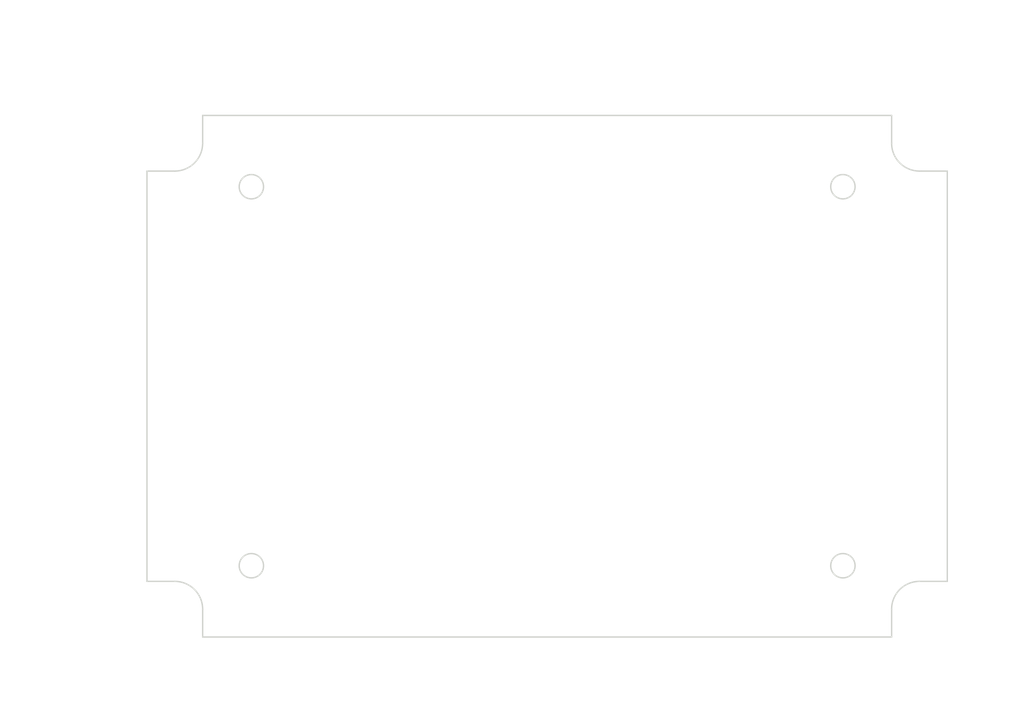
<source format=kicad_pcb>
(kicad_pcb (version 20171130) (host pcbnew "(5.1.0)-1")

  (general
    (thickness 1.6)
    (drawings 65)
    (tracks 0)
    (zones 0)
    (modules 0)
    (nets 1)
  )

  (page A4)
  (layers
    (0 F.Cu signal)
    (31 B.Cu signal)
    (32 B.Adhes user)
    (33 F.Adhes user)
    (34 B.Paste user)
    (35 F.Paste user)
    (36 B.SilkS user)
    (37 F.SilkS user)
    (38 B.Mask user)
    (39 F.Mask user)
    (40 Dwgs.User user)
    (41 Cmts.User user)
    (42 Eco1.User user)
    (43 Eco2.User user)
    (44 Edge.Cuts user)
    (45 Margin user)
    (46 B.CrtYd user)
    (47 F.CrtYd user)
    (48 B.Fab user)
    (49 F.Fab user)
  )

  (setup
    (last_trace_width 0.25)
    (trace_clearance 0.2)
    (zone_clearance 0.508)
    (zone_45_only no)
    (trace_min 0.2)
    (via_size 0.8)
    (via_drill 0.4)
    (via_min_size 0.4)
    (via_min_drill 0.3)
    (uvia_size 0.3)
    (uvia_drill 0.1)
    (uvias_allowed no)
    (uvia_min_size 0.2)
    (uvia_min_drill 0.1)
    (edge_width 0.05)
    (segment_width 0.2)
    (pcb_text_width 0.3)
    (pcb_text_size 1.5 1.5)
    (mod_edge_width 0.12)
    (mod_text_size 1 1)
    (mod_text_width 0.15)
    (pad_size 1.524 1.524)
    (pad_drill 0.762)
    (pad_to_mask_clearance 0.051)
    (solder_mask_min_width 0.25)
    (aux_axis_origin 0 0)
    (visible_elements FFFFFF7F)
    (pcbplotparams
      (layerselection 0x010fc_ffffffff)
      (usegerberextensions false)
      (usegerberattributes false)
      (usegerberadvancedattributes false)
      (creategerberjobfile false)
      (excludeedgelayer true)
      (linewidth 0.152400)
      (plotframeref false)
      (viasonmask false)
      (mode 1)
      (useauxorigin false)
      (hpglpennumber 1)
      (hpglpenspeed 20)
      (hpglpendiameter 15.000000)
      (psnegative false)
      (psa4output false)
      (plotreference true)
      (plotvalue true)
      (plotinvisibletext false)
      (padsonsilk false)
      (subtractmaskfromsilk false)
      (outputformat 1)
      (mirror false)
      (drillshape 1)
      (scaleselection 1)
      (outputdirectory ""))
  )

  (net 0 "")

  (net_class Default "This is the default net class."
    (clearance 0.2)
    (trace_width 0.25)
    (via_dia 0.8)
    (via_drill 0.4)
    (uvia_dia 0.3)
    (uvia_drill 0.1)
  )

  (gr_line (start 93.857142 133.320261) (end 93.857142 74.320261) (layer Edge.Cuts) (width 0.2))
  (gr_line (start 97.857142 133.320261) (end 93.857142 133.320261) (layer Edge.Cuts) (width 0.2))
  (gr_arc (start 97.857142 137.320261) (end 101.857142 137.320261) (angle -90) (layer Edge.Cuts) (width 0.2))
  (gr_line (start 101.857142 141.320261) (end 101.857142 137.320261) (layer Edge.Cuts) (width 0.2))
  (gr_line (start 200.857142 141.320261) (end 101.857142 141.320261) (layer Edge.Cuts) (width 0.2))
  (gr_line (start 200.857142 137.320261) (end 200.857142 141.320261) (layer Edge.Cuts) (width 0.2))
  (gr_arc (start 204.857142 137.320261) (end 204.857142 133.320261) (angle -90) (layer Edge.Cuts) (width 0.2))
  (gr_line (start 208.857142 133.320261) (end 204.857142 133.320261) (layer Edge.Cuts) (width 0.2))
  (gr_line (start 208.857142 74.320261) (end 208.857142 133.320261) (layer Edge.Cuts) (width 0.2))
  (gr_line (start 204.857142 74.320261) (end 208.857142 74.320261) (layer Edge.Cuts) (width 0.2))
  (gr_arc (start 204.857142 70.320261) (end 200.857142 70.320261) (angle -90) (layer Edge.Cuts) (width 0.2))
  (gr_line (start 200.857142 66.320261) (end 200.857142 70.320261) (layer Edge.Cuts) (width 0.2))
  (gr_line (start 101.857142 66.320261) (end 200.857142 66.320261) (layer Edge.Cuts) (width 0.2))
  (gr_line (start 101.857142 70.320261) (end 101.857142 66.320261) (layer Edge.Cuts) (width 0.2))
  (gr_arc (start 97.857142 70.320261) (end 97.857142 74.320261) (angle -90) (layer Edge.Cuts) (width 0.2))
  (gr_line (start 93.857142 74.320261) (end 97.857142 74.320261) (layer Edge.Cuts) (width 0.2))
  (gr_circle (center 193.857142 131.070261) (end 195.607142 131.070261) (layer Edge.Cuts) (width 0.2))
  (gr_circle (center 193.857142 76.570261) (end 195.607142 76.570261) (layer Edge.Cuts) (width 0.2))
  (gr_circle (center 108.857142 76.570261) (end 110.607142 76.570261) (layer Edge.Cuts) (width 0.2))
  (gr_circle (center 108.857142 131.070261) (end 110.607142 131.070261) (layer Edge.Cuts) (width 0.2))
  (gr_text [2.15] (at 215.857142 105.709722) (layer Dwgs.User)
    (effects (font (size 1.7 1.53) (thickness 0.2125)))
  )
  (gr_text " 54.50" (at 215.857142 102.152286) (layer Dwgs.User)
    (effects (font (size 1.7 1.53) (thickness 0.2125)))
  )
  (gr_line (start 215.857142 129.070261) (end 215.857142 107.377696) (layer Dwgs.User) (width 0.2))
  (gr_line (start 215.857142 78.570261) (end 215.857142 100.262825) (layer Dwgs.User) (width 0.2))
  (gr_line (start 194.857142 131.070261) (end 219.032142 131.070261) (layer Dwgs.User) (width 0.2))
  (gr_line (start 194.857142 76.570261) (end 219.032142 76.570261) (layer Dwgs.User) (width 0.2))
  (gr_text [3.35] (at 151.357142 149.458187) (layer Dwgs.User)
    (effects (font (size 1.7 1.53) (thickness 0.2125)))
  )
  (gr_text " 85.00" (at 151.357142 145.900752) (layer Dwgs.User)
    (effects (font (size 1.7 1.53) (thickness 0.2125)))
  )
  (gr_line (start 191.857142 147.568726) (end 155.401753 147.568726) (layer Dwgs.User) (width 0.2))
  (gr_line (start 110.857142 147.568726) (end 147.312531 147.568726) (layer Dwgs.User) (width 0.2))
  (gr_line (start 193.857142 132.070261) (end 193.857142 150.743726) (layer Dwgs.User) (width 0.2))
  (gr_line (start 108.857142 132.070261) (end 108.857142 150.743726) (layer Dwgs.User) (width 0.2))
  (gr_line (start 108.857142 76.660261) (end 108.857142 76.480261) (layer Dwgs.User) (width 0.2))
  (gr_line (start 108.767142 76.570261) (end 108.947142 76.570261) (layer Dwgs.User) (width 0.2))
  (gr_text " ∅3.50\n[∅0.14]" (at 123.967092 72.145601) (layer Dwgs.User)
    (effects (font (size 1.7 1.53) (thickness 0.2125)))
  )
  (gr_line (start 117.430223 72.145601) (end 112.189494 74.850397) (layer Dwgs.User) (width 0.2))
  (gr_line (start 119.430223 72.145601) (end 117.430223 72.145601) (layer Dwgs.User) (width 0.2))
  (gr_text [3.90] (at 156.30954 61.258467) (layer Dwgs.User)
    (effects (font (size 1.7 1.53) (thickness 0.2125)))
  )
  (gr_text " 99.00" (at 156.30954 57.701032) (layer Dwgs.User)
    (effects (font (size 1.7 1.53) (thickness 0.2125)))
  )
  (gr_line (start 103.857142 59.369006) (end 152.264928 59.369006) (layer Dwgs.User) (width 0.2))
  (gr_line (start 198.857142 59.369006) (end 160.354151 59.369006) (layer Dwgs.User) (width 0.2))
  (gr_line (start 101.857142 65.320261) (end 101.857142 56.194006) (layer Dwgs.User) (width 0.2))
  (gr_line (start 200.857142 65.320261) (end 200.857142 56.194006) (layer Dwgs.User) (width 0.2))
  (gr_text [2.32] (at 83.835829 93.061202) (layer Dwgs.User)
    (effects (font (size 1.7 1.53) (thickness 0.2125)))
  )
  (gr_text " 59.00" (at 83.835829 89.503767) (layer Dwgs.User)
    (effects (font (size 1.7 1.53) (thickness 0.2125)))
  )
  (gr_line (start 83.835829 76.320261) (end 83.835829 87.614306) (layer Dwgs.User) (width 0.2))
  (gr_line (start 83.835829 131.320261) (end 83.835829 94.729176) (layer Dwgs.User) (width 0.2))
  (gr_line (start 92.857142 74.320261) (end 80.660829 74.320261) (layer Dwgs.User) (width 0.2))
  (gr_line (start 92.857142 133.320261) (end 80.660829 133.320261) (layer Dwgs.User) (width 0.2))
  (gr_text [R0.16] (at 116.923452 89.294319) (layer Dwgs.User)
    (effects (font (size 1.7 1.53) (thickness 0.2125)))
  )
  (gr_text " R4.00" (at 116.923452 85.736884) (layer Dwgs.User)
    (effects (font (size 1.7 1.53) (thickness 0.2125)))
  )
  (gr_line (start 110.452681 87.404858) (end 101.417598 75.149666) (layer Dwgs.User) (width 0.2))
  (gr_line (start 112.452681 87.404858) (end 110.452681 87.404858) (layer Dwgs.User) (width 0.2))
  (gr_text [2.95] (at 76.76493 109.205044) (layer Dwgs.User)
    (effects (font (size 1.7 1.53) (thickness 0.2125)))
  )
  (gr_text " 75.00" (at 76.76493 105.647608) (layer Dwgs.User)
    (effects (font (size 1.7 1.53) (thickness 0.2125)))
  )
  (gr_line (start 76.76493 68.320261) (end 76.76493 103.758147) (layer Dwgs.User) (width 0.2))
  (gr_line (start 76.76493 139.320261) (end 76.76493 110.873018) (layer Dwgs.User) (width 0.2))
  (gr_line (start 100.857142 66.320261) (end 73.58993 66.320261) (layer Dwgs.User) (width 0.2))
  (gr_line (start 100.857142 141.320261) (end 73.58993 141.320261) (layer Dwgs.User) (width 0.2))
  (gr_text [4.53] (at 143.945093 54.885655) (layer Dwgs.User)
    (effects (font (size 1.7 1.53) (thickness 0.2125)))
  )
  (gr_text " 115.00" (at 143.945093 51.32822) (layer Dwgs.User)
    (effects (font (size 1.7 1.53) (thickness 0.2125)))
  )
  (gr_line (start 95.857142 52.996194) (end 139.240079 52.996194) (layer Dwgs.User) (width 0.2))
  (gr_line (start 206.857142 52.996194) (end 148.650106 52.996194) (layer Dwgs.User) (width 0.2))
  (gr_line (start 93.857142 73.320261) (end 93.857142 49.821194) (layer Dwgs.User) (width 0.2))
  (gr_line (start 208.857142 73.320261) (end 208.857142 49.821194) (layer Dwgs.User) (width 0.2))

)

</source>
